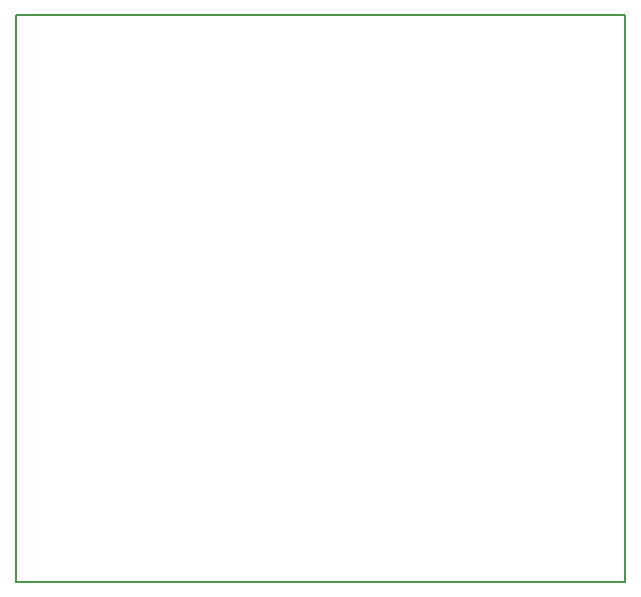
<source format=gbr>
G04 #@! TF.FileFunction,Profile,NP*
%FSLAX46Y46*%
G04 Gerber Fmt 4.6, Leading zero omitted, Abs format (unit mm)*
G04 Created by KiCad (PCBNEW 4.0.7) date 2018 January 03, Wednesday 22:06:31*
%MOMM*%
%LPD*%
G01*
G04 APERTURE LIST*
%ADD10C,0.100000*%
%ADD11C,0.150000*%
G04 APERTURE END LIST*
D10*
D11*
X64008000Y-92202000D02*
X64008000Y-44196000D01*
X115570000Y-92202000D02*
X64008000Y-92202000D01*
X115570000Y-44196000D02*
X115570000Y-92202000D01*
X64008000Y-44196000D02*
X115570000Y-44196000D01*
M02*

</source>
